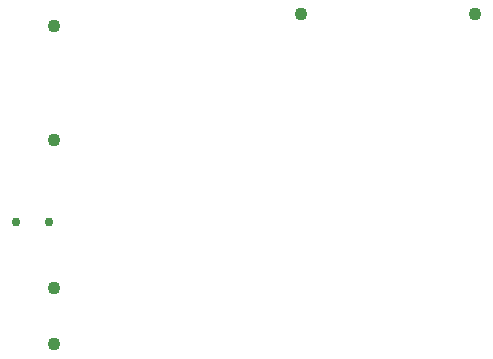
<source format=gbr>
%TF.GenerationSoftware,Altium Limited,Altium Designer,24.2.2 (26)*%
G04 Layer_Color=0*
%FSLAX45Y45*%
%MOMM*%
%TF.SameCoordinates,E0A11F65-F641-4799-B4C3-4BD4810D80D2*%
%TF.FilePolarity,Positive*%
%TF.FileFunction,NonPlated,1,2,NPTH,Drill*%
%TF.Part,Single*%
G01*
G75*
%TA.AperFunction,ComponentDrill*%
%ADD95C,1.10000*%
%ADD96C,0.75000*%
%ADD97C,1.10000*%
D95*
X6485000Y12400000D02*
D03*
X5015000D02*
D03*
D03*
X6485000D02*
D03*
D96*
X2877500Y10640000D02*
D03*
X2602500D02*
D03*
D97*
X2920000Y9610000D02*
D03*
Y10080000D02*
D03*
X2925000Y11335000D02*
D03*
Y12305000D02*
D03*
%TF.MD5,222e359d6934f5c2316a96ddfde3b437*%
M02*

</source>
